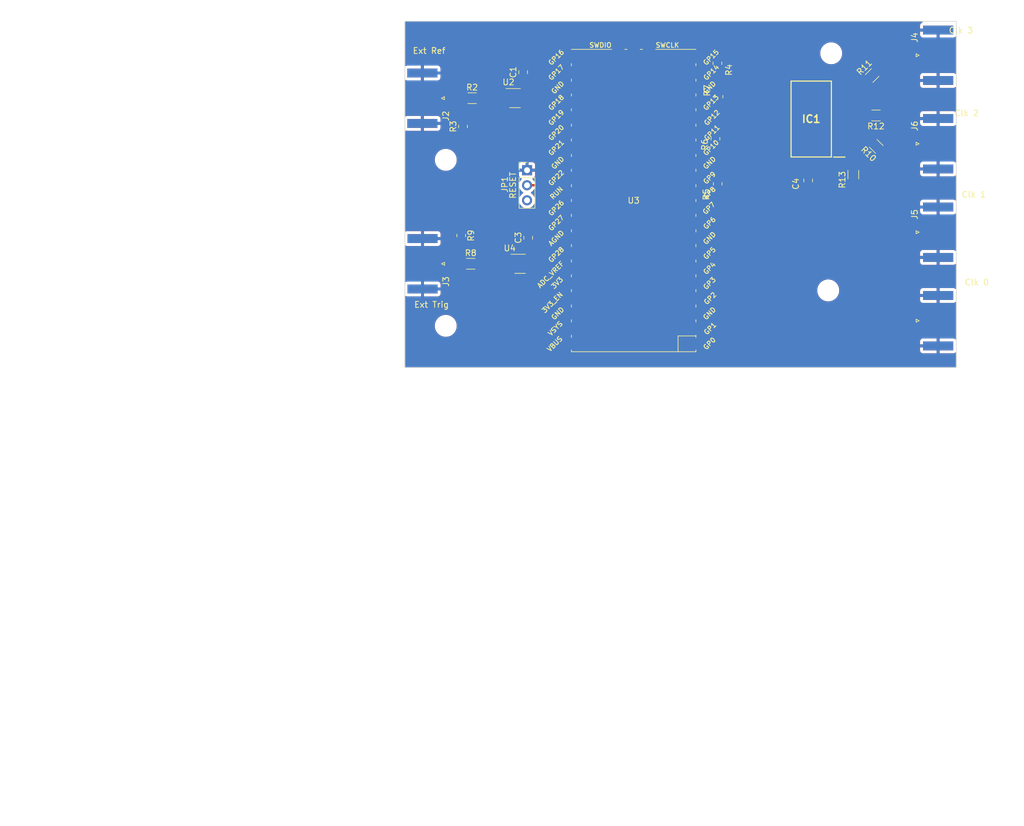
<source format=kicad_pcb>
(kicad_pcb (version 20221018) (generator pcbnew)
  (layers (0 "F.Cu" signal) (31 "B.Cu" signal) (34 "B.Paste" user) (35 "F.Paste" user) (36 "B.SilkS" user "B.Silkscreen") (37 "F.SilkS" user "F.Silkscreen") (38 "B.Mask" user) (39 "F.Mask" user) (44 "Edge.Cuts" user))
  (net 0 "")
  (net 1 "3_3V_Pico")
  (net 2 "GND")
  (net 3 "Net-(IC1-B0)")
  (net 4 "Net-(IC1-B2)")
  (net 5 "Net-(IC1-B4)")
  (net 6 "Net-(IC1-B6)")
  (net 7 "Net-(IC1-A6)")
  (net 8 "Net-(IC1-A4)")
  (net 9 "Net-(IC1-A2)")
  (net 10 "Net-(IC1-A0)")
  (net 11 "Net-(J2-In)")
  (net 12 "Net-(J3-In)")
  (net 13 "PC3")
  (net 14 "PC1")
  (net 15 "PC2")
  (net 16 "PC0")
  (net 18 "Net-(R2-Pad2)")
  (net 19 "Net-(R8-Pad2)")
  (net 21 "Net-(U3-GPIO20)")
  (net 46 "Net-(U3-GPIO0)")
  (net 49 "Net-(JP1-C)")
  (footprint "MountingHole:MountingHole_3.2mm_M3_ISO7380" (layer "F.Cu") (at 93.942 108.5412)
    (fp_text reference "REF**" hide)
    (fp_text value "MountingHole_3.2mm_M3_ISO7380" hide)
    (pad "" np_thru_hole circle (at 0 -0.023) (size 3.2 3.2) (drill 3.2) (layers "F&B.Cu" "*.Mask"))
  )
  (footprint "MountingHole:MountingHole_3.2mm_M3_ISO7380" (layer "F.Cu") (at 158.942 62.5412)
    (fp_text reference "REF**" hide)
    (fp_text value "MountingHole_3.2mm_M3_ISO7380" hide)
    (pad "" np_thru_hole circle (at 0 0.007) (size 3.2 3.2) (drill 3.2) (layers "F&B.Cu" "*.Mask"))
  )
  (footprint "MountingHole:MountingHole_3.2mm_M3_ISO7380" (layer "F.Cu") (at 158.442 102.5412)
    (fp_text reference "REF**" hide)
    (fp_text value "MountingHole_3.2mm_M3_ISO7380" hide)
    (pad "" np_thru_hole circle (at 0 -0.003) (size 3.2 3.2) (drill 3.2) (layers "F&B.Cu" "*.Mask"))
  )
  (footprint "Connector_Coaxial:SMA_Amphenol_132289_EdgeMount" (layer "F.Cu") (at 176.9752 107.6444)
    (fp_text reference "J7" hide)
    (fp_text value "Pseudoclock 0")
    (fp_line (start -3.71 -0.25) (end -3.71 0.25) (stroke (width 0.12)) (layer "F.SilkS"))
    (fp_line (start -3.71 0.25) (end -3.21 0) (stroke (width 0.12)) (layer "F.SilkS"))
    (fp_line (start -3.21 0) (end -3.71 -0.25) (stroke (width 0.12)) (layer "F.SilkS"))
    (pad "1" smd rect (at 0 0 90) (size 1.5 5.08) (layers "F.Cu" "F.Paste" "F.Mask") (net 16 "PC0"))
    (pad "2" smd rect (at 0 -4.25 90) (size 1.5 5.08) (layers "F.Cu" "F.Paste" "F.Mask") (net 2 "GND"))
    (pad "2" smd rect (at 0 -4.25 90) (size 1.5 5.08) (layers "B.Cu" "B.Paste" "B.Mask") (net 2 "GND"))
    (pad "2" smd rect (at 0 4.25 90) (size 1.5 5.08) (layers "F.Cu" "F.Paste" "F.Mask") (net 2 "GND"))
    (pad "2" smd rect (at 0 4.25 90) (size 1.5 5.08) (layers "B.Cu" "B.Paste" "B.Mask") (net 2 "GND"))
  )
  (footprint "Resistor_SMD:R_0805_2012Metric_Pad1.20x1.40mm_HandSolder" (layer "F.Cu") (at 96.5468 93.2888 -90)
    (fp_text reference "R9" (at 0 -1.65 90) (layer "F.SilkS"))
    (fp_text value "47k")
    (fp_line (start -0.227064 -0.735) (end 0.227064 -0.735) (stroke (width 0.12)) (layer "F.SilkS"))
    (fp_line (start -0.227064 0.735) (end 0.227064 0.735) (stroke (width 0.12)) (layer "F.SilkS"))
    (pad "1" smd roundrect (at -1 0 270) (size 1.2 1.4) (layers "F.Cu" "F.Paste" "F.Mask") (roundrect_rratio 0.2083333333) (net 2 "GND"))
    (pad "2" smd roundrect (at 1 0 270) (size 1.2 1.4) (layers "F.Cu" "F.Paste" "F.Mask") (roundrect_rratio 0.2083333333) (net 12 "Net-(J3-In)"))
  )
  (footprint "Capacitor_SMD:C_0805_2012Metric_Pad1.18x1.45mm_HandSolder" (layer "F.Cu") (at 155.058 83.9992 90)
    (fp_text reference "C4" (at -0.57 -2.09 90) (layer "F.SilkS"))
    (fp_text value "100n")
    (fp_line (start -0.261252 -0.735) (end 0.261252 -0.735) (stroke (width 0.12)) (layer "F.SilkS"))
    (fp_line (start -0.261252 0.735) (end 0.261252 0.735) (stroke (width 0.12)) (layer "F.SilkS"))
    (pad "1" smd roundrect (at -1.0375 0 90) (size 1.175 1.45) (layers "F.Cu" "F.Paste" "F.Mask") (roundrect_rratio 0.2127659574) (net 2 "GND"))
    (pad "2" smd roundrect (at 1.0375 0 90) (size 1.175 1.45) (layers "F.Cu" "F.Paste" "F.Mask") (roundrect_rratio 0.2127659574) (net 1 "3_3V_Pico"))
  )
  (footprint "Package_TO_SOT_SMD:SOT-23-5_HandSoldering" (layer "F.Cu") (at 106.4768 98.0488)
    (fp_text reference "U4" (at -1.75 -2.63) (layer "F.SilkS"))
    (fp_text value "74LVC1G17")
    (fp_line (start -0.9 1.61) (end 0.9 1.61) (stroke (width 0.12)) (layer "F.SilkS"))
    (fp_line (start 0.9 -1.61) (end -1.55 -1.61) (stroke (width 0.12)) (layer "F.SilkS"))
    (pad "1" smd rect (at -1.35 -0.95) (size 1.56 0.65) (layers "F.Cu" "F.Paste" "F.Mask"))
    (pad "2" smd rect (at -1.35 0) (size 1.56 0.65) (layers "F.Cu" "F.Paste" "F.Mask") (net 19 "Net-(R8-Pad2)"))
    (pad "3" smd rect (at -1.35 0.95) (size 1.56 0.65) (layers "F.Cu" "F.Paste" "F.Mask") (net 2 "GND"))
    (pad "4" smd rect (at 1.35 0.95) (size 1.56 0.65) (layers "F.Cu" "F.Paste" "F.Mask") (net 46 "Net-(U3-GPIO0)"))
    (pad "5" smd rect (at 1.35 -0.95) (size 1.56 0.65) (layers "F.Cu" "F.Paste" "F.Mask") (net 1 "3_3V_Pico"))
  )
  (footprint "Resistor_SMD:R_1206_3216Metric_Pad1.30x1.75mm_HandSolder" (layer "F.Cu") (at 165.842 66.2962 -135)
    (fp_text reference "R11" (at -0.035 1.895 45) (layer "F.SilkS"))
    (fp_text value "49.9")
    (fp_line (start -0.727064 -0.91) (end 0.727064 -0.91) (stroke (width 0.12)) (layer "F.SilkS"))
    (fp_line (start -0.727064 0.91) (end 0.727064 0.91) (stroke (width 0.12)) (layer "F.SilkS"))
    (pad "1" smd roundrect (at -1.55 0 225) (size 1.3 1.75) (layers "F.Cu" "F.Paste" "F.Mask") (roundrect_rratio 0.1923076923) (net 13 "PC3"))
    (pad "2" smd roundrect (at 1.55 0 225) (size 1.3 1.75) (layers "F.Cu" "F.Paste" "F.Mask") (roundrect_rratio 0.1923076923) (net 7 "Net-(IC1-A6)"))
  )
  (footprint "Connector_Coaxial:SMA_Amphenol_132289_EdgeMount" (layer "F.Cu") (at 90.02 98.0468 180)
    (fp_text reference "J3" (at -3.96 -3 90) (layer "F.SilkS"))
    (fp_text value "Ext. Trig.")
    (fp_line (start -3.71 -0.25) (end -3.71 0.25) (stroke (width 0.12)) (layer "F.SilkS"))
    (fp_line (start -3.71 0.25) (end -3.21 0) (stroke (width 0.12)) (layer "F.SilkS"))
    (fp_line (start -3.21 0) (end -3.71 -0.25) (stroke (width 0.12)) (layer "F.SilkS"))
    (pad "1" smd rect (at 0 0 270) (size 1.5 5.08) (layers "F.Cu" "F.Paste" "F.Mask") (net 12 "Net-(J3-In)"))
    (pad "2" smd rect (at 0 -4.25 270) (size 1.5 5.08) (layers "F.Cu" "F.Paste" "F.Mask") (net 2 "GND"))
    (pad "2" smd rect (at 0 -4.25 270) (size 1.5 5.08) (layers "B.Cu" "B.Paste" "B.Mask") (net 2 "GND"))
    (pad "2" smd rect (at 0 4.25 270) (size 1.5 5.08) (layers "F.Cu" "F.Paste" "F.Mask") (net 2 "GND"))
    (pad "2" smd rect (at 0 4.25 270) (size 1.5 5.08) (layers "B.Cu" "B.Paste" "B.Mask") (net 2 "GND"))
  )
  (footprint "Resistor_SMD:R_1206_3216Metric_Pad1.30x1.75mm_HandSolder" (layer "F.Cu") (at 98.15055 98.0468)
    (fp_text reference "R8" (at 0 -1.82) (layer "F.SilkS"))
    (fp_text value "500")
    (fp_line (start -0.727064 -0.91) (end 0.727064 -0.91) (stroke (width 0.12)) (layer "F.SilkS"))
    (fp_line (start -0.727064 0.91) (end 0.727064 0.91) (stroke (width 0.12)) (layer "F.SilkS"))
    (pad "1" smd roundrect (at -1.55 0) (size 1.3 1.75) (layers "F.Cu" "F.Paste" "F.Mask") (roundrect_rratio 0.1923076923) (net 12 "Net-(J3-In)"))
    (pad "2" smd roundrect (at 1.55 0) (size 1.3 1.75) (layers "F.Cu" "F.Paste" "F.Mask") (roundrect_rratio 0.1923076923) (net 19 "Net-(R8-Pad2)"))
  )
  (footprint "Resistor_SMD:R_0805_2012Metric_Pad1.20x1.40mm_HandSolder" (layer "F.Cu") (at 139.752 64.2362 -90)
    (fp_text reference "R4" (at 1.11 -1.93 90) (layer "F.SilkS"))
    (fp_text value "10k")
    (fp_line (start -0.227064 -0.735) (end 0.227064 -0.735) (stroke (width 0.12)) (layer "F.SilkS"))
    (fp_line (start -0.227064 0.735) (end 0.227064 0.735) (stroke (width 0.12)) (layer "F.SilkS"))
    (pad "1" smd roundrect (at -1 0 270) (size 1.2 1.4) (layers "F.Cu" "F.Paste" "F.Mask") (roundrect_rratio 0.2083333333) (net 6 "Net-(IC1-B6)"))
    (pad "2" smd roundrect (at 1 0 270) (size 1.2 1.4) (layers "F.Cu" "F.Paste" "F.Mask") (roundrect_rratio 0.2083333333) (net 2 "GND"))
  )
  (footprint "Resistor_SMD:R_0805_2012Metric_Pad1.20x1.40mm_HandSolder" (layer "F.Cu") (at 139.422 76.9562 90)
    (fp_text reference "R6" (at -1 -1.81 90) (layer "F.SilkS"))
    (fp_text value "10k")
    (fp_line (start -0.227064 -0.735) (end 0.227064 -0.735) (stroke (width 0.12)) (layer "F.SilkS"))
    (fp_line (start -0.227064 0.735) (end 0.227064 0.735) (stroke (width 0.12)) (layer "F.SilkS"))
    (pad "1" smd roundrect (at -1 0 90) (size 1.2 1.4) (layers "F.Cu" "F.Paste" "F.Mask") (roundrect_rratio 0.2083333333) (net 2 "GND"))
    (pad "2" smd roundrect (at 1 0 90) (size 1.2 1.4) (layers "F.Cu" "F.Paste" "F.Mask") (roundrect_rratio 0.2083333333) (net 4 "Net-(IC1-B2)"))
  )
  (footprint "Connector_Coaxial:SMA_Amphenol_132289_EdgeMount" (layer "F.Cu") (at 176.9752 77.8044)
    (fp_text reference "J6" (at -3.96 -3 90) (layer "F.SilkS"))
    (fp_text value "Pseudoclock 2")
    (fp_line (start -3.71 -0.25) (end -3.71 0.25) (stroke (width 0.12)) (layer "F.SilkS"))
    (fp_line (start -3.71 0.25) (end -3.21 0) (stroke (width 0.12)) (layer "F.SilkS"))
    (fp_line (start -3.21 0) (end -3.71 -0.25) (stroke (width 0.12)) (layer "F.SilkS"))
    (pad "1" smd rect (at 0 0 90) (size 1.5 5.08) (layers "F.Cu" "F.Paste" "F.Mask") (net 15 "PC2"))
    (pad "2" smd rect (at 0 -4.25 90) (size 1.5 5.08) (layers "F.Cu" "F.Paste" "F.Mask") (net 2 "GND"))
    (pad "2" smd rect (at 0 -4.25 90) (size 1.5 5.08) (layers "B.Cu" "B.Paste" "B.Mask") (net 2 "GND"))
    (pad "2" smd rect (at 0 4.25 90) (size 1.5 5.08) (layers "F.Cu" "F.Paste" "F.Mask") (net 2 "GND"))
    (pad "2" smd rect (at 0 4.25 90) (size 1.5 5.08) (layers "B.Cu" "B.Paste" "B.Mask") (net 2 "GND"))
  )
  (footprint "Resistor_SMD:R_1206_3216Metric_Pad1.30x1.75mm_HandSolder" (layer "F.Cu") (at 166.492 73.0362 180)
    (fp_text reference "R12" (at 0 -1.82) (layer "F.SilkS"))
    (fp_text value "49.9")
    (fp_line (start -0.727064 -0.91) (end 0.727064 -0.91) (stroke (width 0.12)) (layer "F.SilkS"))
    (fp_line (start -0.727064 0.91) (end 0.727064 0.91) (stroke (width 0.12)) (layer "F.SilkS"))
    (pad "1" smd roundrect (at -1.55 0 180) (size 1.3 1.75) (layers "F.Cu" "F.Paste" "F.Mask") (roundrect_rratio 0.1923076923) (net 15 "PC2"))
    (pad "2" smd roundrect (at 1.55 0 180) (size 1.3 1.75) (layers "F.Cu" "F.Paste" "F.Mask") (roundrect_rratio 0.1923076923) (net 8 "Net-(IC1-A4)"))
  )
  (footprint "Connector_Coaxial:SMA_Amphenol_132289_EdgeMount" (layer "F.Cu") (at 176.9752 62.8844)
    (fp_text reference "J4" (at -3.96 -3 90) (layer "F.SilkS"))
    (fp_text value "Pseudoclock 3")
    (fp_line (start -3.71 -0.25) (end -3.71 0.25) (stroke (width 0.12)) (layer "F.SilkS"))
    (fp_line (start -3.71 0.25) (end -3.21 0) (stroke (width 0.12)) (layer "F.SilkS"))
    (fp_line (start -3.21 0) (end -3.71 -0.25) (stroke (width 0.12)) (layer "F.SilkS"))
    (pad "1" smd rect (at 0 0 90) (size 1.5 5.08) (layers "F.Cu" "F.Paste" "F.Mask") (net 13 "PC3"))
    (pad "2" smd rect (at 0 -4.25 90) (size 1.5 5.08) (layers "F.Cu" "F.Paste" "F.Mask") (net 2 "GND"))
    (pad "2" smd rect (at 0 -4.25 90) (size 1.5 5.08) (layers "B.Cu" "B.Paste" "B.Mask") (net 2 "GND"))
    (pad "2" smd rect (at 0 4.25 90) (size 1.5 5.08) (layers "F.Cu" "F.Paste" "F.Mask") (net 2 "GND"))
    (pad "2" smd rect (at 0 4.25 90) (size 1.5 5.08) (layers "B.Cu" "B.Paste" "B.Mask") (net 2 "GND"))
  )
  (footprint "Capacitor_SMD:C_0805_2012Metric_Pad1.18x1.45mm_HandSolder" (layer "F.Cu") (at 107.8446 93.6546 90)
    (fp_text reference "C3" (at 0 -1.68 90) (layer "F.SilkS"))
    (fp_text value "100n")
    (fp_line (start -0.261252 -0.735) (end 0.261252 -0.735) (stroke (width 0.12)) (layer "F.SilkS"))
    (fp_line (start -0.261252 0.735) (end 0.261252 0.735) (stroke (width 0.12)) (layer "F.SilkS"))
    (pad "1" smd roundrect (at -1.0375 0 90) (size 1.175 1.45) (layers "F.Cu" "F.Paste" "F.Mask") (roundrect_rratio 0.2127659574) (net 1 "3_3V_Pico"))
    (pad "2" smd roundrect (at 1.0375 0 90) (size 1.175 1.45) (layers "F.Cu" "F.Paste" "F.Mask") (roundrect_rratio 0.2127659574) (net 2 "GND"))
  )
  (footprint "Connector_Coaxial:SMA_Amphenol_132289_EdgeMount" (layer "F.Cu") (at 89.9993 70.1228 180)
    (fp_text reference "J2" (at -3.96 -3 90) (layer "F.SilkS"))
    (fp_text value "Ext. Clock")
    (fp_line (start -3.71 -0.25) (end -3.71 0.25) (stroke (width 0.12)) (layer "F.SilkS"))
    (fp_line (start -3.71 0.25) (end -3.21 0) (stroke (width 0.12)) (layer "F.SilkS"))
    (fp_line (start -3.21 0) (end -3.71 -0.25) (stroke (width 0.12)) (layer "F.SilkS"))
    (pad "1" smd rect (at 0 0 270) (size 1.5 5.08) (layers "F.Cu" "F.Paste" "F.Mask") (net 11 "Net-(J2-In)"))
    (pad "2" smd rect (at 0 -4.25 270) (size 1.5 5.08) (layers "F.Cu" "F.Paste" "F.Mask") (net 2 "GND"))
    (pad "2" smd rect (at 0 -4.25 270) (size 1.5 5.08) (layers "B.Cu" "B.Paste" "B.Mask") (net 2 "GND"))
    (pad "2" smd rect (at 0 4.25 270) (size 1.5 5.08) (layers "F.Cu" "F.Paste" "F.Mask") (net 2 "GND"))
    (pad "2" smd rect (at 0 4.25 270) (size 1.5 5.08) (layers "B.Cu" "B.Paste" "B.Mask") (net 2 "GND"))
  )
  (footprint "Resistor_SMD:R_0805_2012Metric_Pad1.20x1.40mm_HandSolder" (layer "F.Cu") (at 139.802 84.5662 90)
    (fp_text reference "R5" (at -1.78 -1.93 90) (layer "F.SilkS"))
    (fp_text value "10k")
    (fp_line (start -0.227064 -0.735) (end 0.227064 -0.735) (stroke (width 0.12)) (layer "F.SilkS"))
    (fp_line (start -0.227064 0.735) (end 0.227064 0.735) (stroke (width 0.12)) (layer "F.SilkS"))
    (pad "1" smd roundrect (at -1 0 90) (size 1.2 1.4) (layers "F.Cu" "F.Paste" "F.Mask") (roundrect_rratio 0.2083333333) (net 2 "GND"))
    (pad "2" smd roundrect (at 1 0 90) (size 1.2 1.4) (layers "F.Cu" "F.Paste" "F.Mask") (roundrect_rratio 0.2083333333) (net 3 "Net-(IC1-B0)"))
  )
  (footprint "Resistor_SMD:R_0805_2012Metric_Pad1.20x1.40mm_HandSolder" (layer "F.Cu") (at 139.932 69.8662 90)
    (fp_text reference "R7" (at 1.04 -1.92 90) (layer "F.SilkS"))
    (fp_text value "10k")
    (fp_line (start -0.227064 -0.735) (end 0.227064 -0.735) (stroke (width 0.12)) (layer "F.SilkS"))
    (fp_line (start -0.227064 0.735) (end 0.227064 0.735) (stroke (width 0.12)) (layer "F.SilkS"))
    (pad "1" smd roundrect (at -1 0 90) (size 1.2 1.4) (layers "F.Cu" "F.Paste" "F.Mask") (roundrect_rratio 0.2083333333) (net 5 "Net-(IC1-B4)"))
    (pad "2" smd roundrect (at 1 0 90) (size 1.2 1.4) (layers "F.Cu" "F.Paste" "F.Mask") (roundrect_rratio 0.2083333333) (net 2 "GND"))
  )
  (footprint "Package_TO_SOT_SMD:SOT-23-5_HandSoldering" (layer "F.Cu") (at 105.6348 70.1088)
    (fp_text reference "U2" (at -1.1176 -2.6924) (layer "F.SilkS"))
    (fp_text value "74LVC1G34")
    (fp_line (start -0.9 1.61) (end 0.9 1.61) (stroke (width 0.12)) (layer "F.SilkS"))
    (fp_line (start 0.9 -1.61) (end -1.55 -1.61) (stroke (width 0.12)) (layer "F.SilkS"))
    (pad "1" smd rect (at -1.35 -0.95) (size 1.56 0.65) (layers "F.Cu" "F.Paste" "F.Mask"))
    (pad "2" smd rect (at -1.35 0) (size 1.56 0.65) (layers "F.Cu" "F.Paste" "F.Mask") (net 18 "Net-(R2-Pad2)"))
    (pad "3" smd rect (at -1.35 0.95) (size 1.56 0.65) (layers "F.Cu" "F.Paste" "F.Mask") (net 2 "GND"))
    (pad "4" smd rect (at 1.35 0.95) (size 1.56 0.65) (layers "F.Cu" "F.Paste" "F.Mask") (net 21 "Net-(U3-GPIO20)"))
    (pad "5" smd rect (at 1.35 -0.95) (size 1.56 0.65) (layers "F.Cu" "F.Paste" "F.Mask") (net 1 "3_3V_Pico"))
  )
  (footprint "Resistor_SMD:R_1206_3216Metric_Pad1.30x1.75mm_HandSolder" (layer "F.Cu") (at 162.672 83.0162 90)
    (fp_text reference "R13" (at -0.87 -1.86 90) (layer "F.SilkS"))
    (fp_text value "49.9")
    (fp_line (start -0.727064 -0.91) (end 0.727064 -0.91) (stroke (width 0.12)) (layer "F.SilkS"))
    (fp_line (start -0.727064 0.91) (end 0.727064 0.91) (stroke (width 0.12)) (layer "F.SilkS"))
    (pad "1" smd roundrect (at -1.55 0 90) (size 1.3 1.75) (layers "F.Cu" "F.Paste" "F.Mask") (roundrect_rratio 0.1923076923) (net 16 "PC0"))
    (pad "2" smd roundrect (at 1.55 0 90) (size 1.3 1.75) (layers "F.Cu" "F.Paste" "F.Mask") (roundrect_rratio 0.1923076923) (net 10 "Net-(IC1-A0)"))
  )
  (footprint "MCU_RaspberryPi_and_Boards:RPi_Pico_SMD" (layer "F.Cu") (at 125.6246 87.3808 180)
    (fp_text reference "U3" (at 0 0) (layer "F.SilkS"))
    (fp_text value "Pico")
    (fp_text user "GP18" (at 13.054 16.51 45) (layer "F.SilkS") (effects (font (size 0.8 0.8))))
    (fp_text user "GP1" (at -12.9 -21.6 45) (layer "F.SilkS") (effects (font (size 0.8 0.8))))
    (fp_text user "GP10" (at -13.054 8.89 45) (layer "F.SilkS") (effects (font (size 0.8 0.8))))
    (fp_text user "GP9" (at -12.8 3.81 45) (layer "F.SilkS") (effects (font (size 0.8 0.8))))
    (fp_text user "VBUS" (at 13.3 -24.2 45) (layer "F.SilkS") (effects (font (size 0.8 0.8))))
    (fp_text user "GND" (at -12.8 19.05 45) (layer "F.SilkS") (effects (font (size 0.8 0.8))))
    (fp_text user "AGND" (at 13.054 -6.35 45) (layer "F.SilkS") (effects (font (size 0.8 0.8))))
    (fp_text user "GP14" (at -13.1 21.59 45) (layer "F.SilkS") (effects (font (size 0.8 0.8))))
    (fp_text user "GND" (at -12.8 -6.35 45) (layer "F.SilkS") (effects (font (size 0.8 0.8))))
    (fp_text user "GP16" (at 13.054 24.13 45) (layer "F.SilkS") (effects (font (size 0.8 0.8))))
    (fp_text user "GP27" (at 13.054 -3.8 45) (layer "F.SilkS") (effects (font (size 0.8 0.8))))
    (fp_text user "SWCLK" (at -5.7 26.2) (layer "F.SilkS") (effects (font (size 0.8 0.8))))
    (fp_text user "GND" (at 12.8 19.05 45) (layer "F.SilkS") (effects (font (size 0.8 0.8))))
    (fp_text user "GND" (at 12.8 -19.05 45) (layer "F.SilkS") (effects (font (size 0.8 0.8))))
    (fp_text user "ADC_VREF" (at 14 -12.5 45) (layer "F.SilkS") (effects (font (size 0.8 0.8))))
    (fp_text user "GP11" (at -13.2 11.43 45) (layer "F.SilkS") (effects (font (size 0.8 0.8))))
    (fp_text user "3V3_EN" (at 13.7 -17.2 45) (layer "F.SilkS") (effects (font (size 0.8 0.8))))
    (fp_text user "GP17" (at 13.054 21.59 45) (layer "F.SilkS") (effects (font (size 0.8 0.8))))
    (fp_text user "GP3" (at -12.8 -13.97 45) (layer "F.SilkS") (effects (font (size 0.8 0.8))))
    (fp_text user "GND" (at -12.8 -19.05 45) (layer "F.SilkS") (effects (font (size 0.8 0.8))))
    (fp_text user "GP26" (at 13.054 -1.27 45) (layer "F.SilkS") (effects (font (size 0.8 0.8))))
    (fp_text user "3V3" (at 12.9 -13.9 45) (layer "F.SilkS") (effects (font (size 0.8 0.8))))
    (fp_text user "GP15" (at -13.054 24.13 45) (layer "F.SilkS") (effects (font (size 0.8 0.8))))
    (fp_text user "GP8" (at -12.8 1.27 45) (layer "F.SilkS") (effects (font (size 0.8 0.8))))
    (fp_text user "GP21" (at 13.054 8.9 45) (layer "F.SilkS") (effects (font (size 0.8 0.8))))
    (fp_text user "GP22" (at 13.054 3.81 45) (layer "F.SilkS") (effects (font (size 0.8 0.8))))
    (fp_text user "SWDIO" (at 5.6 26.2) (layer "F.SilkS") (effects (font (size 0.8 0.8))))
    (fp_text user "GP28" (at 13.054 -9.144 45) (layer "F.SilkS") (effects (font (size 0.8 0.8))))
    (fp_text user "GP7" (at -12.7 -1.3 45) (layer "F.SilkS") (effects (font (size 0.8 0.8))))
    (fp_text user "GP13" (at -13.054 16.51 45) (layer "F.SilkS") (effects (font (size 0.8 0.8))))
    (fp_text user "GP2" (at -12.9 -16.51 45) (layer "F.SilkS") (effects (font (size 0.8 0.8))))
    (fp_text user "GP4" (at -12.8 -11.43 45) (layer "F.SilkS") (effects (font (size 0.8 0.8))))
    (fp_text user "VSYS" (at 13.2 -21.59 45) (layer "F.SilkS") (effects (font (size 0.8 0.8))))
    (fp_text user "GND" (at -12.8 6.35 45) (layer "F.SilkS") (effects (font (size 0.8 0.8))))
    (fp_text user "GP19" (at 13.054 13.97 45) (layer "F.SilkS") (effects (font (size 0.8 0.8))))
    (fp_text user "RUN" (at 13 1.27 45) (layer "F.SilkS") (effects (font (size 0.8 0.8))))
    (fp_text user "GND" (at 12.8 6.35 45) (layer "F.SilkS") (effects (font (size 0.8 0.8))))
    (fp_text user "GP20" (at 13.054 11.43 45) (layer "F.SilkS") (effects (font (size 0.8 0.8))))
    (fp_text user "GP12" (at -13.2 13.97 45) (layer "F.SilkS") (effects (font (size 0.8 0.8))))
    (fp_text user "GP5" (at -12.8 -8.89 45) (layer "F.SilkS") (effects (font (size 0.8 0.8))))
    (fp_text user "GP0" (at -12.8 -24.13 45) (layer "F.SilkS") (effects (font (size 0.8 0.8))))
    (fp_text user "GP6" (at -12.8 -3.81 45) (layer "F.SilkS") (effects (font (size 0.8 0.8))))
    (fp_line (start -10.5 -25.5) (end -10.5 -25.2) (stroke (width 0.12)) (layer "F.SilkS"))
    (fp_line (start -10.5 -25.5) (end 10.5 -25.5) (stroke (width 0.12)) (layer "F.SilkS"))
    (fp_line (start -10.5 -23.1) (end -10.5 -22.7) (stroke (width 0.12)) (layer "F.SilkS"))
    (fp_line (start -10.5 -22.833) (end -7.493 -22.833) (stroke (width 0.12)) (layer "F.SilkS"))
    (fp_line (start -10.5 -20.5) (end -10.5 -20.1) (stroke (width 0.12)) (layer "F.SilkS"))
    (fp_line (start -10.5 -18) (end -10.5 -17.6) (stroke (width 0.12)) (layer "F.SilkS"))
    (fp_line (start -10.5 -15.4) (end -10.5 -15) (stroke (width 0.12)) (layer "F.SilkS"))
    (fp_line (start -10.5 -12.9) (end -10.5 -12.5) (stroke (width 0.12)) (layer "F.SilkS"))
    (fp_line (start -10.5 -10.4) (end -10.5 -10) (stroke (width 0.12)) (layer "F.SilkS"))
    (fp_line (start -10.5 -7.8) (end -10.5 -7.4) (stroke (width 0.12)) (layer "F.SilkS"))
    (fp_line (start -10.5 -5.3) (end -10.5 -4.9) (stroke (width 0.12)) (layer "F.SilkS"))
    (fp_line (start -10.5 -2.7) (end -10.5 -2.3) (stroke (width 0.12)) (layer "F.SilkS"))
    (fp_line (start -10.5 -0.2) (end -10.5 0.2) (stroke (width 0.12)) (layer "F.SilkS"))
    (fp_line (start -10.5 2.3) (end -10.5 2.7) (stroke (width 0.12)) (layer "F.SilkS"))
    (fp_line (start -10.5 4.9) (end -10.5 5.3) (stroke (width 0.12)) (layer "F.SilkS"))
    (fp_line (start -10.5 7.4) (end -10.5 7.8) (stroke (width 0.12)) (layer "F.SilkS"))
    (fp_line (start -10.5 10) (end -10.5 10.4) (stroke (width 0.12)) (layer "F.SilkS"))
    (fp_line (start -10.5 12.5) (end -10.5 12.9) (stroke (width 0.12)) (layer "F.SilkS"))
    (fp_line (start -10.5 15.1) (end -10.5 15.5) (stroke (width 0.12)) (layer "F.SilkS"))
    (fp_line (start -10.5 17.6) (end -10.5 18) (stroke (width 0.12)) (layer "F.SilkS"))
    (fp_line (start -10.5 20.1) (end -10.5 20.5) (stroke (width 0.12)) (layer "F.SilkS"))
    (fp_line (start -10.5 22.7) (end -10.5 23.1) (stroke (width 0.12)) (layer "F.SilkS"))
    (fp_line (start -7.493 -22.833) (end -7.493 -25.5) (stroke (width 0.12)) (layer "F.SilkS"))
    (fp_line (start -3.7 25.5) (end -10.5 25.5) (stroke (width 0.12)) (layer "F.SilkS"))
    (fp_line (start -1.5 25.5) (end -1.1 25.5) (stroke (width 0.12)) (layer "F.SilkS"))
    (fp_line (start 1.1 25.5) (end 1.5 25.5) (stroke (width 0.12)) (layer "F.SilkS"))
    (fp_line (start 10.5 -25.5) (end 10.5 -25.2) (stroke (width 0.12)) (layer "F.SilkS"))
    (fp_line (start 10.5 -23.1) (end 10.5 -22.7) (stroke (width 0.12)) (layer "F.SilkS"))
    (fp_line (start 10.5 -20.5) (end 10.5 -20.1) (stroke (width 0.12)) (layer "F.SilkS"))
    (fp_line (start 10.5 -18) (end 10.5 -17.6) (stroke (width 0.12)) (layer "F.SilkS"))
    (fp_line (start 10.5 -15.4) (end 10.5 -15) (stroke (width 0.12)) (layer "F.SilkS"))
    (fp_line (start 10.5 -12.9) (end 10.5 -12.5) (stroke (width 0.12)) (layer "F.SilkS"))
    (fp_line (start 10.5 -10.4) (end 10.5 -10) (stroke (width 0.12)) (layer "F.SilkS"))
    (fp_line (start 10.5 -7.8) (end 10.5 -7.4) (stroke (width 0.12)) (layer "F.SilkS"))
    (fp_line (start 10.5 -5.3) (end 10.5 -4.9) (stroke (width 0.12)) (layer "F.SilkS"))
    (fp_line (start 10.5 -2.7) (end 10.5 -2.3) (stroke (width 0.12)) (layer "F.SilkS"))
    (fp_line (start 10.5 -0.2) (end 10.5 0.2) (stroke (width 0.12)) (layer "F.SilkS"))
    (fp_line (start 10.5 2.3) (end 10.5 2.7) (stroke (width 0.12)) (layer "F.SilkS"))
    (fp_line (start 10.5 4.9) (end 10.5 5.3) (stroke (width 0.12)) (layer "F.SilkS"))
    (fp_line (start 10.5 7.4) (end 10.5 7.8) (stroke (width 0.12)) (layer "F.SilkS"))
    (fp_line (start 10.5 10) (end 10.5 10.4) (stroke (width 0.12)) (layer "F.SilkS"))
    (fp_line (start 10.5 12.5) (end 10.5 12.9) (stroke (width 0.12)) (layer "F.SilkS"))
    (fp_line (start 10.5 15.1) (end 10.5 15.5) (stroke (width 0.12)) (layer "F.SilkS"))
    (fp_line (start 10.5 17.6) (end 10.5 18) (stroke (width 0.12)) (layer "F.SilkS"))
    (fp_line (start 10.5 20.1) (end 10.5 20.5) (stroke (width 0.12)) (layer "F.SilkS"))
    (fp_line (start 10.5 22.7) (end 10.5 23.1) (stroke (width 0.12)) (layer "F.SilkS"))
    (fp_line (start 10.5 25.5) (end 3.7 25.5) (stroke (width 0.12)) (layer "F.SilkS"))
    (pad "1" smd rect (at -8.89 -24.13 180) (size 3.5 1.7) (drill (offset -0.9 0)) (layers "F.Cu" "F.Mask") (net 46 "Net-(U3-GPIO0)"))
    (pad "2" smd rect (at -8.89 -21.59 180) (size 3.5 1.7) (drill (offset -0.9 0)) (layers "F.Cu" "F.Mask"))
    (pad "3" smd rect (at -8.89 -19.05 180) (size 3.5 1.7) (drill (offset -0.9 0)) (layers "F.Cu" "F.Mask") (net 2 "GND"))
    (pad "4" smd rect (at -8.89 -16.51 180) (size 3.5 1.7) (drill (offset -0.9 0)) (layers "F.Cu" "F.Mask"))
    (pad "5" smd rect (at -8.89 -13.97 180) (size 3.5 1.7) (drill (offset -0.9 0)) (layers "F.Cu" "F.Mask"))
    (pad "6" smd rect (at -8.89 -11.43 180) (size 3.5 1.7) (drill (offset -0.9 0)) (layers "F.Cu" "F.Mask"))
    (pad "7" smd rect (at -8.89 -8.89 180) (size 3.5 1.7) (drill (offset -0.9 0)) (layers "F.Cu" "F.Mask"))
    (pad "8" smd rect (at -8.89 -6.35 180) (size 3.5 1.7) (drill (offset -0.9 0)) (layers "F.Cu" "F.Mask") (net 2 "GND"))
    (pad "9" smd rect (at -8.89 -3.81 180) (size 3.5 1.7) (drill (offset -0.9 0)) (layers "F.Cu" "F.Mask"))
    (pad "10" smd rect (at -8.89 -1.27 180) (size 3.5 1.7) (drill (offset -0.9 0)) (layers "F.Cu" "F.Mask"))
    (pad "11" smd rect (at -8.89 1.27 180) (size 3.5 1.7) (drill (offset -0.9 0)) (layers "F.Cu" "F.Mask"))
    (pad "12" smd rect (at -8.89 3.81 180) (size 3.5 1.7) (drill (offset -0.9 0)) (layers "F.Cu" "F.Mask") (net 3 "Net-(IC1-B0)"))
    (pad "13" smd rect (at -8.89 6.35 180) (size 3.5 1.7) (drill (offset -0.9 0)) (layers "F.Cu" "F.Mask") (net 2 "GND"))
    (pad "14" smd rect (at -8.89 8.89 180) (size 3.5 1.7) (drill (offset -0.9 0)) (layers "F.Cu" "F.Mask"))
    (pad "15" smd rect (at -8.89 11.43 180) (size 3.5 1.7) (drill (offset -0.9 0)) (layers "F.Cu" "F.Mask") (net 4 "Net-(IC1-B2)"))
    (pad "16" smd rect (at -8.89 13.97 180) (size 3.5 1.7) (drill (offset -0.9 0)) (layers "F.Cu" "F.Mask"))
    (pad "17" smd rect (at -8.89 16.51 180) (size 3.5 1.7) (drill (offset -0.9 0)) (layers "F.Cu" "F.Mask") (net 5 "Net-(IC1-B4)"))
    (pad "18" smd rect (at -8.89 19.05 180) (size 3.5 1.7) (drill (offset -0.9 0)) (layers "F.Cu" "F.Mask") (net 2 "GND"))
    (pad "19" smd rect (at -8.89 21.59 180) (size 3.5 1.7) (drill (offset -0.9 0)) (layers "F.Cu" "F.Mask"))
    (pad "20" smd rect (at -8.89 24.13 180) (size 3.5 1.7) (drill (offset -0.9 0)) (layers "F.Cu" "F.Mask") (net 6 "Net-(IC1-B6)"))
    (pad "21" smd rect (at 8.89 24.13 180) (size 3.5 1.7) (drill (offset 0.9 0)) (layers "F.Cu" "F.Mask"))
    (pad "22" smd rect (at 8.89 21.59 180) (size 3.5 1.7) (drill (offset 0.9 0)) (layers "F.Cu" "F.Mask"))
    (pad "23" smd rect (at 8.89 19.05 180) (size 3.5 1.7) (drill (offset 0.9 0)) (layers "F.Cu" "F.Mask") (net 2 "GND"))
    (pad "24" smd rect (at 8.89 16.51 180) (size 3.5 1.7) (drill (offset 0.9 0)) (layers "F.Cu" "F.Mask"))
    (pad "25" smd rect (at 8.89 13.97 180) (size 3.5 1.7) (drill (offset 0.9 0)) (layers "F.Cu" "F.Mask"))
    (pad "26" smd rect (at 8.89 11.43 180) (size 3.5 1.7) (drill (offset 0.9 0)) (layers "F.Cu" "F.Mask") (net 21 "Net-(U3-GPIO20)"))
    (pad "27" smd rect (at 8.89 8.89 180) (size 3.5 1.7) (drill (offset 0.9 0)) (layers "F.Cu" "F.Mask"))
    (pad "28" smd rect (at 8.89 6.35 180) (size 3.5 1.7) (drill (offset 0.9 0)) (layers "F.Cu" "F.Mask") (net 2 "GND"))
    (pad "29" smd rect (at 8.89 3.81 180) (size 3.5 1.7) (drill (offset 0.9 0)) (layers "F.Cu" "F.Mask"))
    (pad "30" smd rect (at 8.89 1.27 180) (size 3.5 1.7) (drill (offset 0.9 0)) (layers "F.Cu" "F.Mask") (net 49 "Net-(JP1-C)"))
    (pad "31" smd rect (at 8.89 -1.27 180) (size 3.5 1.7) (drill (offset 0.9 0)) (layers "F.Cu" "F.Mask"))
    (pad "32" smd rect (at 8.89 -3.81 180) (size 3.5 1.7) (drill (offset 0.9 0)) (layers "F.Cu" "F.Mask"))
    (pad "33" smd rect (at 8.89 -6.35 180) (size 3.5 1.7) (drill (offset 0.9 0)) (layers "F.Cu" "F.Mask") (net 2 "GND"))
    (pad "34" smd rect (at 8.89 -8.89 180) (size 3.5 1.7) (drill (offset 0.9 0)) (layers "F.Cu" "F.Mask"))
    (pad "35" smd rect (at 8.89 -11.43 180) (size 3.5 1.7) (drill (offset 0.9 0)) (layers "F.Cu" "F.Mask"))
    (pad "36" smd rect (at 8.89 -13.97 180) (size 3.5 1.7) (drill (offset 0.9 0)) (layers "F.Cu" "F.Mask") (net 1 "3_3V_Pico"))
    (pad "37" smd rect (at 8.89 -16.51 180) (size 3.5 1.7) (drill (offset 0.9 0)) (layers "F.Cu" "F.Mask"))
    (pad "38" smd rect (at 8.89 -19.05 180) (size 3.5 1.7) (drill (offset 0.9 0)) (layers "F.Cu" "F.Mask") (net 2 "GND"))
    (pad "39" smd rect (at 8.89 -21.59 180) (size 3.5 1.7) (drill (offset 0.9 0)) (layers "F.Cu" "F.Mask"))
    (pad "40" smd rect (at 8.89 -24.13 180) (size 3.5 1.7) (drill (offset 0.9 0)) (layers "F.Cu" "F.Mask"))
    (pad "41" smd rect (at -2.54 23.9 270) (size 3.5 1.7) (drill (offset -0.9 0)) (layers "F.Cu" "F.Mask"))
    (pad "42" smd rect (at 0 23.9 270) (size 3.5 1.7) (drill (offset -0.9 0)) (layers "F.Cu" "F.Mask") (net 2 "GND"))
    (pad "43" smd rect (at 2.54 23.9 270) (size 3.5 1.7) (drill (offset -0.9 0)) (layers "F.Cu" "F.Mask"))
  )
  (footprint "MountingHole:MountingHole_3.2mm_M3_ISO7380" (layer "F.Cu") (at 93.942 80.5412)
    (fp_text reference "REF**" hide)
    (fp_text value "MountingHole_3.2mm_M3_ISO7380" hide)
    (pad "" np_thru_hole circle (at 0 -0.023) (size 3.2 3.2) (drill 3.2) (layers "F&B.Cu" "*.Mask"))
  )
  (footprint "Resistor_SMD:R_1206_3216Metric_Pad1.30x1.75mm_HandSolder" (layer "F.Cu") (at 166.542 78.2462 135)
    (fp_text reference "R10" (at 0 -1.82 135) (layer "F.SilkS"))
    (fp_text value "49.9")
    (fp_line (start -0.727064 -0.91) (end 0.727064 -0.91) (stroke (width 0.12)) (layer "F.SilkS"))
    (fp_line (start -0.727064 0.91) (end 0.727064 0.91) (stroke (width 0.12)) (layer "F.SilkS"))
    (pad "1" smd roundrect (at -1.55 0 135) (size 1.3 1.75) (layers "F.Cu" "F.Paste" "F.Mask") (roundrect_rratio 0.1923076923) (net 14 "PC1"))
    (pad "2" smd roundrect (at 1.55 0 135) (size 1.3 1.75) (layers "F.Cu" "F.Paste" "F.Mask") (roundrect_rratio 0.1923076923) (net 9 "Net-(IC1-A2)"))
  )
  (footprint "Connector_Coaxial:SMA_Amphenol_132289_EdgeMount" (layer "F.Cu") (at 176.9752 92.7244)
    (fp_text reference "J5" (at -3.96 -3 90) (layer "F.SilkS"))
    (fp_text value "Pseudoclock 1")
    (fp_line (start -3.71 -0.25) (end -3.71 0.25) (stroke (width 0.12)) (layer "F.SilkS"))
    (fp_line (start -3.71 0.25) (end -3.21 0) (stroke (width 0.12)) (layer "F.SilkS"))
    (fp_line (start -3.21 0) (end -3.71 -0.25) (stroke (width 0.12)) (layer "F.SilkS"))
    (pad "1" smd rect (at 0 0 90) (size 1.5 5.08) (layers "F.Cu" "F.Paste" "F.Mask") (net 14 "PC1"))
    (pad "2" smd rect (at 0 -4.25 90) (size 1.5 5.08) (layers "F.Cu" "F.Paste" "F.Mask") (net 2 "GND"))
    (pad "2" smd rect (at 0 -4.25 90) (size 1.5 5.08) (layers "B.Cu" "B.Paste" "B.Mask") (net 2 "GND"))
    (pad "2" smd rect (at 0 4.25 90) (size 1.5 5.08) (layers "F.Cu" "F.Paste" "F.Mask") (net 2 "GND"))
    (pad "2" smd rect (at 0 4.25 90) (size 1.5 5.08) (layers "B.Cu" "B.Paste" "B.Mask") (net 2 "GND"))
  )
  (footprint "Resistor_SMD:R_1206_3216Metric_Pad1.30x1.75mm_HandSolder" (layer "F.Cu") (at 98.3868 70.1228)
    (fp_text reference "R2" (at 0 -1.82) (layer "F.SilkS"))
    (fp_text value "500")
    (fp_line (start -0.727064 -0.91) (end 0.727064 -0.91) (stroke (width 0.12)) (layer "F.SilkS"))
    (fp_line (start -0.727064 0.91) (end 0.727064 0.91) (stroke (width 0.12)) (layer "F.SilkS"))
    (pad "1" smd roundrect (at -1.55 0) (size 1.3 1.75) (layers "F.Cu" "F.Paste" "F.Mask") (roundrect_rratio 0.1923076923) (net 11 "Net-(J2-In)"))
    (pad "2" smd roundrect (at 1.55 0) (size 1.3 1.75) (layers "F.Cu" "F.Paste" "F.Mask") (roundrect_rratio 0.1923076923) (net 18 "Net-(R2-Pad2)"))
  )
  (footprint "Resistor_SMD:R_0805_2012Metric_Pad1.20x1.40mm_HandSolder" (layer "F.Cu") (at 96.8468 74.8888 90)
    (fp_text reference "R3" (at 0 -1.65 90) (layer "F.SilkS"))
    (fp_text value "47k")
    (fp_line (start -0.227064 -0.735) (end 0.227064 -0.735) (stroke (width 0.12)) (layer "F.SilkS"))
    (fp_line (start -0.227064 0.735) (end 0.227064 0.735) (stroke (width 0.12)) (layer "F.SilkS"))
    (pad "1" smd roundrect (at -1 0 90) (size 1.2 1.4) (layers "F.Cu" "F.Paste" "F.Mask") (roundrect_rratio 0.2083333333) (net 2 "GND"))
    (pad "2" smd roundrect (at 1 0 90) (size 1.2 1.4) (layers "F.Cu" "F.Paste" "F.Mask") (roundrect_rratio 0.2083333333) (net 11 "Net-(J2-In)"))
  )
  (footprint "Capacitor_SMD:C_0805_2012Metric_Pad1.18x1.45mm_HandSolder" (layer "F.Cu") (at 106.992 65.7362 90)
    (fp_text reference "C1" (at 0 -1.68 90) (layer "F.SilkS"))
    (fp_text value "100n")
    (fp_line (start -0.261252 -0.735) (end 0.261252 -0.735) (stroke (width 0.12)) (layer "F.SilkS"))
    (fp_line (start -0.261252 0.735) (end 0.261252 0.735) (stroke (width 0.12)) (layer "F.SilkS"))
    (pad "1" smd roundrect (at -1.0375 0 90) (size 1.175 1.45) (layers "F.Cu" "F.Paste" "F.Mask") (roundrect_rratio 0.2127659574) (net 1 "3_3V_Pico"))
    (pad "2" smd roundrect (at 1.0375 0 90) (size 1.175 1.45) (layers "F.Cu" "F.Paste" "F.Mask") (roundrect_rratio 0.2127659574) (net 2 "GND"))
  )
  (footprint "ICs:SOIC127P1032X265-20N" (layer "F.Cu") (at 155.572 73.6362 180)
    (fp_text reference "IC1" (at 0 0) (layer "F.SilkS") (effects (font (size 1.27 1.27) (thickness 0.254))))
    (fp_text value "74LVT245D,118" hide)
    (fp_line (start -5.7 -6.415) (end -3.75 -6.415) (stroke (width 0.2)) (layer "F.SilkS"))
    (fp_line (start -3.4 -6.4) (end 3.4 -6.4) (stroke (width 0.2)) (layer "F.SilkS"))
    (fp_line (start -3.4 6.4) (end -3.4 -6.4) (stroke (width 0.2)) (layer "F.SilkS"))
    (fp_line (start 3.4 -6.4) (end 3.4 6.4) (stroke (width 0.2)) (layer "F.SilkS"))
    (fp_line (start 3.4 6.4) (end -3.4 6.4) (stroke (width 0.2)) (layer "F.SilkS"))
    (pad "1" smd rect (at -4.725 -5.715 270) (size 0.7 1.95) (layers "F.Cu" "F.Paste" "F.Mask") (net 2 "GND"))
    (pad "2" smd rect (at -4.725 -4.445 270) (size 0.7 1.95) (layers "F.Cu" "F.Paste" "F.Mask") (net 10 "Net-(IC1-A0)"))
    (pad "3" smd rect (at -4.725 -3.175 270) (size 0.7 1.95) (layers "F.Cu" "F.Paste" "F.Mask") (net 10 "Net-(IC1-A0)"))
    (pad "4" smd rect (at -4.725 -1.905 270) (size 0.7 1.95) (layers "F.Cu" "F.Paste" "F.Mask") (net 9 "Net-(IC1-A2)"))
    (pad "5" smd rect (at -4.725 -0.635 270) (size 0.7 1.95) (layers "F.Cu" "F.Paste" "F.Mask") (net 9 "Net-(IC1-A2)"))
    (pad "6" smd rect (at -4.725 0.635 270) (size 0.7 1.95) (layers "F.Cu" "F.Paste" "F.Mask") (net 8 "Net-(IC1-A4)"))
    (pad "7" smd rect (at -4.725 1.905 270) (size 0.7 1.95) (layers "F.Cu" "F.Paste" "F.Mask") (net 8 "Net-(IC1-A4)"))
    (pad "8" smd rect (at -4.725 3.175 270) (size 0.7 1.95) (layers "F.Cu" "F.Paste" "F.Mask") (net 7 "Net-(IC1-A6)"))
    (pad "9" smd rect (at -4.725 4.445 270) (size 0.7 1.95) (layers "F.Cu" "F.Paste" "F.Mask") (net 7 "Net-(IC1-A6)"))
    (pad "10" smd rect (at -4.725 5.715 270) (size 0.7 1.95) (layers "F.Cu" "F.Paste" "F.Mask") (net 2 "GND"))
    (pad "11" smd rect (at 4.725 5.715 270) (size 0.7 1.95) (layers "F.Cu" "F.Paste" "F.Mask") (net 6 "Net-(IC1-B6)"))
    (pad "12" smd rect (at 4.725 4.445 270) (size 0.7 1.95) (layers "F.Cu" "F.Paste" "F.Mask") (net 6 "Net-(IC1-B6)"))
    (pad "13" smd rect (at 4.725 3.175 270) (size 0.7 1.95) (layers "F.Cu" "F.Paste" "F.Mask") (net 5 "Net-(IC1-B4)"))
    (pad "14" smd rect (at 4.725 1.905 270) (size 0.7 1.95) (layers "F.Cu" "F.Paste" "F.Mask") (net 5 "Net-(IC1-B4)"))
    (pad "15" smd rect (at 4.725 0.635 270) (size 0.7 1.95) (layers "F.Cu" "F.Paste" "F.Mask") (net 4 "Net-(IC1-B2)"))
    (pad "16" smd rect (at 4.725 -0.635 270) (size 0.7 1.95) (layers "F.Cu" "F.Paste" "F.Mask") (net 4 "Net-(IC1-B2)"))
    (pad "17" smd rect (at 4.725 -1.905 270) (size 0.7 1.95) (layers "F.Cu" "F.Paste" "F.Mask") (net 3 "Net-(IC1-B0)"))
    (pad "18" smd rect (at 4.725 -3.175 270) (size 0.7 1.95) (layers "F.Cu" "F.Paste" "F.Mask") (net 3 "Net-(IC1-B0)"))
    (pad "19" smd rect (at 4.725 -4.445 270) (size 0.7 1.95) (layers "F.Cu" "F.Paste" "F.Mask") (net 2 "GND"))
    (pad "20" smd rect (at 4.725 -5.715 270) (size 0.7 1.95) (layers "F.Cu" "F.Paste" "F.Mask") (net 1 "3_3V_Pico"))
  )
  (footprint "Connector_PinHeader_2.54mm:PinHeader_1x03_P2.54mm_Vertical" (layer "F.Cu") (at 107.6468 82.2638)
    (fp_text reference "JP1" (at -3.7592 2.413 90) (layer "F.SilkS"))
    (fp_text value "RESET" (at -2.3876 2.54 90) (layer "F.SilkS"))
    (fp_line (start -1.33 -1.33) (end 0 -1.33) (stroke (width 0.12)) (layer "F.SilkS"))
    (fp_line (start -1.33 0) (end -1.33 -1.33) (stroke (width 0.12)) (layer "F.SilkS"))
    (fp_line (start -1.33 1.27) (end -1.33 6.41) (stroke (width 0.12)) (layer "F.SilkS"))
    (fp_line (start -1.33 1.27) (end 1.33 1.27) (stroke (width 0.12)) (layer "F.SilkS"))
    (fp_line (start -1.33 6.41) (end 1.33 6.41) (stroke (width 0.12)) (layer "F.SilkS"))
    (fp_line (start 1.33 1.27) (end 1.33 6.41) (stroke (width 0.12)) (layer "F.SilkS"))
    (pad "1" thru_hole rect (at 0 0) (size 1.7 1.7) (drill 1) (layers "*.Cu" "*.Mask") (net 2 "GND"))
    (pad "2" thru_hole oval (at 0 2.54) (size 1.7 1.7) (drill 1) (layers "*.Cu" "*.Mask") (net 49 "Net-(JP1-C)"))
    (pad "3" thru_hole oval (at 0 5.08) (size 1.7 1.7) (drill 1) (layers "*.Cu" "*.Mask"))
  )
  (gr_rect (start 180.042 115.5332) (end 87.042 57.1638) (stroke (width 0.1)) (fill none) (layer "Edge.Cuts"))
  (gr_text "Ext Ref" (at 91.1368 62.1228) (layer "F.SilkS") (effects (font (size 1 1))))
  (gr_text "Clk 3" (at 180.8268 58.6988) (layer "F.SilkS") (effects (font (size 1 1))))
  (gr_text "Clk 0" (at 183.4968 101.1688) (layer "F.SilkS") (effects (font (size 1 1))))
  (gr_text "Ext Trig" (at 91.54055 104.9368) (layer "F.SilkS") (effects (font (size 1 1))))
  (gr_text "Clk 1" (at 182.9868 86.3788) (layer "F.SilkS") (effects (font (size 1 1))))
  (gr_text "Clk 2" (at 181.7768 72.6488) (layer "F.SilkS") (effects (font (size 1 1))))
  (segment (start 155.012 62.7411) (end 151.7879 59.517) (width 0.4) (layer "F.Cu") (net 1))
  (segment (start 118.5634 60.2536) (end 119.3762 61.0664) (width 0.4) (layer "F.Cu") (net 1))
  (segment (start 119.3762 100.8174) (end 119.3762 82.6056) (width 0.4) (layer "F.Cu") (net 1))
  (segment (start 106.992 66.7737) (end 108.8045 66.7737) (width 0.4) (layer "F.Cu") (net 1))
  (segment (start 133.9558 59.517) (end 131.7968 61.676) (width 0.4) (layer "F.Cu") (net 1))
  (segment (start 112.2896 60.2536) (end 118.5634 60.2536) (width 0.4) (layer "F.Cu") (net 1))
  (segment (start 155.058 82.9617) (end 155.012 82.9157) (width 0.4) (layer "F.Cu") (net 1))
  (segment (start 151.7879 59.517) (end 133.9558 59.517) (width 0.4) (layer "F.Cu") (net 1))
  (segment (start 155.012 79.3962) (end 155.012 62.7411) (width 0.4) (layer "F.Cu") (net 1))
  (segment (start 119.3762 61.0664) (end 119.3762 82.6056) (width 0.4) (layer "F.Cu") (net 1))
  (segment (start 107.8268 94.7099) (end 107.8446 94.6921) (width 0.4) (layer "F.Cu") (net 1))
  (segment (start 106.9848 69.1588) (end 106.9848 68.3834) (width 0.4) (layer "F.Cu") (net 1))
  (segment (start 106.9848 68.3834) (end 106.992 68.3762) (width 0.4) (layer "F.Cu") (net 1))
  (segment (start 109.2822 97.0988) (end 107.8268 97.0988) (width 0.4) (layer "F.Cu") (net 1))
  (segment (start 155.0046 79.3888) (end 155.012 79.3962) (width 0.4) (layer "F.Cu") (net 1))
  (segment (start 117.1718 101.4638) (end 118.7298 101.4638) (width 0.4) (layer "F.Cu") (net 1))
  (segment (start 108.8045 66.7737) (end 110.3846 65.1936) (width 0.4) (layer "F.Cu") (net 1))
  (segment (start 107.8268 97.0988) (end 107.8268 94.7099) (width 0.4) (layer "F.Cu") (net 1))
  (segment (start 119.3762 82.4024) (end 119.3762 82.6056) (width 0.4) (layer "F.Cu") (net 1))
  (segment (start 131.7968 61.676) (end 131.7968 69.9818) (width 0.4) (layer "F.Cu") (net 1))
  (segment (start 116.7346 101.3508) (end 113.5342 101.3508) (width 0.4) (layer "F.Cu") (net 1))
  (segment (start 155.012 82.9157) (end 155.012 79.3962) (width 0.4) (layer "F.Cu") (net 1))
  (segment (start 113.5342 101.3508) (end 109.2822 97.0988) (width 0.4) (layer "F.Cu") (net 1))
  (segment (start 110.3846 65.1936) (end 110.3846 62.1586) (width 0.4) (layer "F.Cu") (net 1))
  (segment (start 118.7298 101.4638) (end 119.3762 100.8174) (width 0.4) (layer "F.Cu") (net 1))
  (segment (start 110.3846 62.1586) (end 112.2896 60.2536) (width 0.4) (layer "F.Cu") (net 1))
  (segment (start 150.847 79.3512) (end 150.8846 79.3888) (width 0.4) (layer "F.Cu") (net 1))
  (segment (start 150.8846 79.3888) (end 155.0046 79.3888) (width 0.4) (layer "F.Cu") (net 1))
  (segment (start 131.7968 69.9818) (end 119.3762 82.4024) (width 0.4) (layer "F.Cu") (net 1))
  (segment (start 106.992 68.3762) (end 106.992 66.7737) (width 0.4) (layer "F.Cu") (net 1))
  (segment (start 134.5192 83.5662) (end 139.802 83.5662) (width 0.4) (layer "F.Cu") (net 3))
  (segment (start 150.847 76.8112) (end 147.677 76.8112) (width 0.4) (layer "F.Cu") (net 3))
  (segment (start 139.802 83.5662) (end 140.922 83.5662) (width 0.4) (layer "F.Cu") (net 3))
  (segment (start 150.847 75.5412) (end 148.947 75.5412) (width 0.4) (layer "F.Cu") (net 3))
  (segment (start 134.5146 83.5708) (end 134.5192 83.5662) (width 0.4) (layer "F.Cu") (net 3))
  (segment (start 148.947 75.5412) (end 147.282 77.2062) (width 0.4) (layer "F.Cu") (net 3))
  (segment (start 147.677 76.8112) (end 147.282 77.2062) (width 0.4) (layer "F.Cu") (net 3))
  (segment (start 134.5146 83.5708) (end 134.5216 83.5638) (width 0.4) (layer "F.Cu") (net 3))
  (segment (start 147.282 77.2062) (end 140.922 83.5662) (width 0.4) (layer "F.Cu") (net 3))
  (segment (start 148.197 74.2712) (end 147.937 74.5312) (width 0.4) (layer "F.Cu") (net 4))
  (segment (start 146.512 75.9562) (end 149.467 73.0012) (width 0.4) (layer "F.Cu") (net 4))
  (segment (start 134.52 75.9562) (end 139.422 75.9562) (width 0.4) (layer "F.Cu") (net 4))
  (segment (start 147.937 74.5312) (end 146.512 75.9562) (width 0.4) (layer "F.Cu") (net 4))
  (segment (start 150.847 74.2712) (end 148.197 74.2712) (width 0.4) (layer "F.Cu") (net 4))
  (segment (start 149.467 73.0012) (end 147.937 74.5312) (width 0.4) (layer "F.Cu") (net 4))
  (segment (start 139.422 75.9562) (end 146.512 75.9562) (width 0.4) (layer "F.Cu") (net 4))
  (segment (start 150.847 73.0012) (end 149.467 73.0012) (width 0.4) (layer "F.Cu") (net 4))
  (segment (start 134.5146 70.8708) (end 139.9274 70.8708) (width 0.4) (layer "F.Cu") (net 5))
  (segment (start 139.932 70.8662) (end 148.502 70.8662) (width 0.4) (layer "F.Cu") (net 5))
  (segment (start 149.367 71.7312) (end 148.502 70.8662) (width 0.4) (layer "F.Cu") (net 5))
  (segment (start 148.917 70.4612) (end 150.847 70.4612) (width 0.4) (layer "F.Cu") (net 5))
  (segment (start 148.502 70.8662) (end 148.912 70.4562) (width 0.4) (layer "F.Cu") (net 5))
  (segment (start 150.847 71.7312) (end 149.367 71.7312) (width 0.4) (layer "F.Cu") (net 5))
  (segment (start 148.912 70.4562) (end 148.917 70.4612) (width 0.4) (layer "F.Cu") (net 5))
  (segment (start 139.9274 70.8708) (end 139.932 70.8662) (width 0.4) (layer "F.Cu") (net 5))
  (segment (start 148.987 69.1912) (end 147.342 67.5462) (width 0.4) (layer "F.Cu") (net 6))
  (segment (start 139.742 63.2462) (end 139.752 63.2362) (width 0.4) (layer "F.Cu") (net 6))
  (segment (start 150.847 69.1912) (end 148.987 69.1912) (width 0.4) (layer "F.Cu") (net 6))
  (segment (start 150.847 67.9212) (end 147.717 67.9212) (width 0.4) (layer "F.Cu") (net 6))
  (segment (start 139.762 63.2462) (end 143.042 63.2462) (width 0.4) (layer "F.Cu") (net 6))
  (segment (start 134.5146 63.2508) (end 134.5192 63.2462) (width 0.4) (layer "F.Cu") (net 6))
  (segment (start 147.342 67.5462) (end 143.042 63.2462) (width 0.4) (layer "F.Cu") (net 6))
  (segment (start 147.717 67.9212) (end 147.342 67.5462) (width 0.4) (layer "F.Cu") (net 6))
  (segment (start 134.5192 63.2462) (end 139.742 63.2462) (width 0.4) (layer "F.Cu") (net 6))
  (segment (start 139.752 63.2362) (end 139.762 63.2462) (width 0.4) (layer "F.Cu") (net 6))
  (segment (start 162.947 69.1912) (end 163.677 68.4612) (width 0.4) (layer "F.Cu") (net 7))
  (segment (start 160.297 70.4612) (end 161.687 70.4612) (width 0.4) (layer "F.Cu") (net 7))
  (segment (start 160.297 69.1912) (end 162.947 69.1912) (width 0.4) (layer "F.Cu") (net 7))
  (segment (start 161.742 70.3962) (end 163.677 68.4612) (width 0.4) (layer "F.Cu") (net 7))
  (segment (start 163.677 68.4612) (end 164.745984 67.392216) (width 0.4) (layer "F.Cu") (net 7))
  (segment (start 161.687 70.4612) (end 161.742 70.4062) (width 0.4) (layer "F.Cu") (net 7))
  (segment (start 161.742 70.4062) (end 161.742 70.3962) (width 0.4) (layer "F.Cu") (net 7))
  (segment (start 163.092 73.0012) (end 164.907 73.0012) (width 0.4) (layer "F.Cu") (net 8))
  (segment (start 161.822 71.7312) (end 163.092 73.0012) (width 0.4) (layer "F.Cu") (net 8))
  (segment (start 164.907 73.0012) (end 164.942 73.0362) (width 0.4) (layer "F.Cu") (net 8))
  (segment (start 160.297 71.7312) (end 161.822 71.7312) (width 0.4) (layer "F.Cu") (net 8))
  (segment (start 160.297 73.0012) (end 163.092 73.0012) (width 0.4) (layer "F.Cu") (net 8))
  (segment (start 165.445984 77.150184) (end 162.562 74.2662) (width 0.4) (layer "F.Cu") (net 9))
  (segment (start 162.512 74.2662) (end 162.507 74.2712) (width 0.4) (layer "F.Cu") (net 9))
  (segment (start 162.507 74.2712) (end 160.297 74.2712) (width 0.4) (layer "F.Cu") (net 9))
  (segment (start 163.837 75.5412) (end 165.445984 77.150184) (width 0.4) (layer "F.Cu") (net 9))
  (segment (start 162.562 74.2662) (end 162.512 74.2662) (width 0.4) (layer "F.Cu") (net 9))
  (segment (start 160.297 75.5412) (end 163.837 75.5412) (width 0.4) (layer "F.Cu") (net 9))
  (segment (start 161.487 78.0812) (end 162.672 79.2662) (width 0.4) (layer "F.Cu") (net 10))
  (segment (start 162.672 79.2662) (end 162.672 77.2962) (width 0.4) (layer "F.Cu") (net 10))
  (segment (start 160.297 76.8112) (end 162.187 76.8112) (width 0.4) (layer "F.Cu") (net 10))
  (segment (start 162.187 76.8112) (end 162.672 77.2962) (width 0.4) (layer "F.Cu") (net 10))
  (segment (start 162.672 81.4662) (end 162.672 79.2662) (width 0.4) (layer "F.Cu") (net 10))
  (segment (start 160.297 78.0812) (end 161.487 78.0812) (width 0.4) (layer "F.Cu") (net 10))
  (segment (start 96.8368 70.1228) (end 96.8368 73.8788) (width 0.4) (layer "F.Cu") (net 11))
  (segment (start 96.8368 70.1228) (end 89.9993 70.1228) (width 0.4) (layer "F.Cu") (net 11))
  (segment (start 96.8368 73.8788) (end 96.8468 73.8888) (width 0.4) (layer "F.Cu") (net 11))
  (segment (start 96.60055 98.0468) (end 90.02 98.0468) (width 0.4) (layer "F.Cu") (net 12))
  (segment (start 96.60055 98.0468) (end 96.60055 94.34255) (width 0.4) (layer "F.Cu") (net 12))
  (segment (start 96.60055 94.34255) (end 96.5468 94.2888) (width 0.4) (layer "F.Cu") (net 12))
  (segment (start 166.938016 65.200184) (end 169.252 62.8862) (width 0.93) (layer "F.Cu") (net 13))
  (segment (start 169.8944 62.8838) (end 176.9839 62.8838) (width 0.93) (layer "F.Cu") (net 13))
  (segment (start 169.892 62.8862) (end 169.8944 62.8838) (width 0.93) (layer "F.Cu") (net 13))
  (segment (start 169.252 62.8862) (end 169.892 62.8862) (width 0.93) (layer "F.Cu") (net 13))
  (segment (start 168.792 80.4962) (end 167.638016 79.342216) (width 0.93) (layer "F.Cu") (net 14))
  (segment (start 168.792 87.7762) (end 168.792 80.4962) (width 0.93) (layer "F.Cu") (net 14))
  (segment (start 176.9839 92.7238) (end 173.7396 92.7238) (width 0.93) (layer "F.Cu") (net 14))
  (segment (start 173.7396 92.7238) (end 168.792 87.7762) (width 0.93) (layer "F.Cu") (net 14))
  (segment (start 174.0996 77.8038) (end 169.332 73.0362) (width 0.93) (layer "F.Cu") (net 15))
  (segment (start 169.332 73.0362) (end 168.042 73.0362) (width 0.93) (layer "F.Cu") (net 15))
  (segment (start 176.9839 77.8038) (end 174.0996 77.8038) (width 0.93) (layer "F.Cu") (net 15))
  (segment (start 162.672 84.5662) (end 162.672 96.5472) (width 0.93) (layer "F.Cu") (net 16))
  (segment (start 173.7692 107.6444) (end 176.9752 107.6444) (width 0.93) (layer "F.Cu") (net 16))
  (segment (start 162.672 96.5472) (end 173.7692 107.6444) (width 0.93) (layer "F.Cu") (net 16))
  (segment (start 104.2848 70.1088) (end 99.9508 70.1088) (width 0.4) (layer "F.Cu") (net 18))
  (segment (start 99.9508 70.1088) (end 99.9368 70.1228) (width 0.4) (layer "F.Cu") (net 18))
  (segment (start 99.70255 98.0488) (end 99.70055 98.0468) (width 0.4) (layer "F.Cu") (net 19))
  (segment (start 105.1268 98.0488) (end 99.70255 98.0488) (width 0.4) (layer "F.Cu") (net 19))
  (segment (start 112.9366 75.9508) (end 116.7346 75.9508) (width 0.4) (layer "F.Cu") (net 21))
  (segment (start 106.9848 71.0588) (end 108.0446 71.0588) (width 0.4) (layer "F.Cu") (net 21))
  (segment (start 108.0446 71.0588) (end 112.9366 75.9508) (width 0.4) (layer "F.Cu") (net 21))
  (segment (start 133.2374 111.5108) (end 131.6144 113.1338) (width 0.4) (layer "F.Cu") (net 46))
  (segment (start 110.41 112.222) (end 110.41 102.1842) (width 0.4) (layer "F.Cu") (net 46))
  (segment (start 110.41 102.1842) (end 107.8268 99.601) (width 0.4) (layer "F.Cu") (net 46))
  (segment (start 107.8268 99.601) (end 107.8268 98.9988) (width 0.4) (layer "F.Cu") (net 46))
  (segment (start 131.6144 113.1338) (end 111.3218 113.1338) (width 0.4) (layer "F.Cu") (net 46))
  (segment (start 111.3218 113.1338) (end 110.41 112.222) (width 0.4) (layer "F.Cu") (net 46))
  (segment (start 134.5146 111.5108) (end 133.2374 111.5108) (width 0.4) (layer "F.Cu") (net 46))
  (segment (start 112.3796 84.8038) (end 107.6468 84.8038) (width 0.4) (layer "F.Cu") (net 49))
  (segment (start 113.6866 86.1108) (end 112.3796 84.8038) (width 0.4) (layer "F.Cu") (net 49))
  (segment (start 116.7346 86.1108) (end 113.6866 86.1108) (width 0.4) (layer "F.Cu") (net 49))
  (zone locked (net 0) (net_name "") (layer "F.Cu") (connect_pads (clearance 0)) (min_thickness 0.254)
    (keepout (tracks not_allowed) (vias not_allowed) (pads not_allowed) (copperpour not_allowed) (footprints allowed))
    (fill (thermal_gap 0.508) (thermal_bridge_width 0.508))
    (polygon (pts (xy 124.7266 113.4534) (xy 115.9766 113.4534) (xy 115.9766 98.9534) (xy 124.7266 98.9534)))
  )
  (zone (net 2) (net_name "GND") (layers "F&B.Cu") (connect_pads (clearance 0.508)) (min_thickness 0.254) (fill yes (thermal_gap 0.508) (thermal_bridge_width 0.508))
    (polygon (pts (xy 183.0248 118.4278) (xy 85.157 118.5232) (xy 84.431 53.5612) (xy 181.1904 53.8042)))
  )
)
</source>
